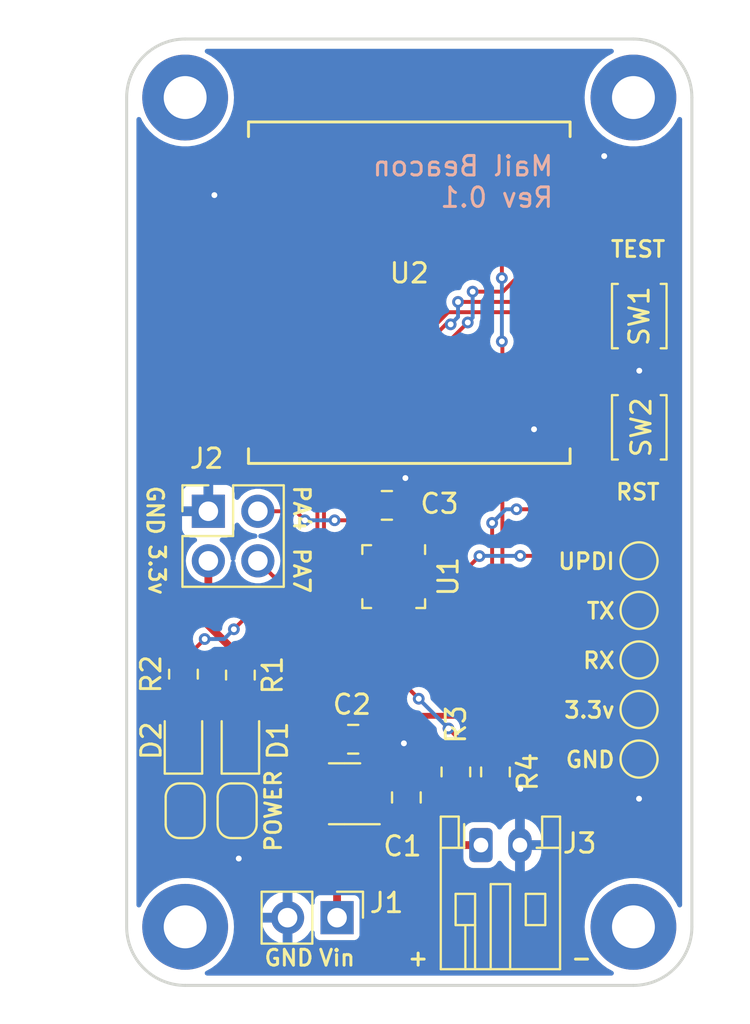
<source format=kicad_pcb>
(kicad_pcb (version 20221018) (generator pcbnew)
  (layers (0 "F.Cu" signal "Front") (31 "B.Cu" signal "Back") (34 "B.Paste" user) (35 "F.Paste" user) (36 "B.SilkS" user "B.Silkscreen") (37 "F.SilkS" user "F.Silkscreen") (38 "B.Mask" user) (39 "F.Mask" user) (44 "Edge.Cuts" user))
  (net 0 "")
  (net 1 "MOSI")
  (net 2 "MISO")
  (net 3 "GND")
  (net 4 "+3.3V")
  (net 5 "SCK")
  (net 6 "PA4")
  (net 7 "NRESET")
  (net 8 "VSENS")
  (net 9 "RxD")
  (net 11 "TxD")
  (net 12 "Net-(D1-K)")
  (net 15 "NSS")
  (net 17 "DI0")
  (net 23 "Net-(D1-A)")
  (net 24 "Net-(D2-K)")
  (net 25 "Net-(D2-A)")
  (net 26 "LED")
  (net 28 "PA7")
  (net 29 "+BATT")
  (net 30 "BTN1")
  (net 31 "UPDI{slash}RST")
  (footprint "Resistor_SMD:R_0805_2012Metric" (layer "F.Cu") (at 83.947 82.7455 -90)
    (fp_text reference "R4" (at 0 -1.65 90) (layer "F.SilkS"))
    (fp_text value "20k")
    (fp_line (start -0.227064 -0.735) (end 0.227064 -0.735) (stroke (width 0.12)) (layer "F.SilkS"))
    (fp_line (start -0.227064 0.735) (end 0.227064 0.735) (stroke (width 0.12)) (layer "F.SilkS"))
    (pad "1" smd roundrect (at -0.9125 0 270) (size 1.025 1.4) (layers "F.Cu" "F.Paste" "F.Mask") (roundrect_rratio 0.243902439) (net 8 "VSENS"))
    (pad "2" smd roundrect (at 0.9125 0 270) (size 1.025 1.4) (layers "F.Cu" "F.Paste" "F.Mask") (roundrect_rratio 0.243902439) (net 3 "GND"))
  )
  (footprint "Connector_PinHeader_2.54mm:PinHeader_1x02_P2.54mm_Vertical" (layer "F.Cu") (at 75.819 90.215 -90)
    (fp_text reference "J1" (at -0.762 -2.54) (layer "F.SilkS"))
    (fp_text value "Vin")
    (fp_line (start -1.33 -1.33) (end 0 -1.33) (stroke (width 0.12)) (layer "F.SilkS"))
    (fp_line (start -1.33 0) (end -1.33 -1.33) (stroke (width 0.12)) (layer "F.SilkS"))
    (fp_line (start -1.33 1.27) (end -1.33 3.87) (stroke (width 0.12)) (layer "F.SilkS"))
    (fp_line (start -1.33 1.27) (end 1.33 1.27) (stroke (width 0.12)) (layer "F.SilkS"))
    (fp_line (start -1.33 3.87) (end 1.33 3.87) (stroke (width 0.12)) (layer "F.SilkS"))
    (fp_line (start 1.33 1.27) (end 1.33 3.87) (stroke (width 0.12)) (layer "F.SilkS"))
    (pad "1" thru_hole rect (at 0 0 270) (size 1.7 1.7) (drill 1) (layers "*.Cu" "*.Mask") (net 29 "+BATT"))
    (pad "2" thru_hole oval (at 0 2.54 270) (size 1.7 1.7) (drill 1) (layers "*.Cu" "*.Mask") (net 3 "GND"))
  )
  (footprint "MountingHole:MountingHole_2.2mm_M2_Pad" (layer "F.Cu") (at 91.025 48.185)
    (fp_text reference "H2" hide)
    (fp_text value "MountingHole")
    (pad "1" thru_hole circle (at 0 0) (size 4.4 4.4) (drill 2.2) (layers "*.Cu" "*.Mask"))
  )
  (footprint "Jumper:SolderJumper-2_P1.3mm_Bridged_RoundedPad1.0x1.5mm" (layer "F.Cu") (at 70.692 84.735 -90)
    (fp_text reference "JP1" hide)
    (fp_text value "SolderJumper_2_Bridged" hide)
    (fp_poly (pts (xy 0.25 -0.3) (xy -0.25 -0.3) (xy -0.25 0.3) (xy 0.25 0.3)) (fill solid) (layer "F.Cu"))
    (fp_line (start -1.4 0.3) (end -1.4 -0.3) (stroke (width 0.12)) (layer "F.SilkS"))
    (fp_line (start -0.7 -1) (end 0.7 -1) (stroke (width 0.12)) (layer "F.SilkS"))
    (fp_line (start 0.7 1) (end -0.7 1) (stroke (width 0.12)) (layer "F.SilkS"))
    (fp_line (start 1.4 -0.3) (end 1.4 0.3) (stroke (width 0.12)) (layer "F.SilkS"))
    (fp_arc (start -1.4 -0.3) (mid -1.194975 -0.794975) (end -0.7 -1) (stroke (width 0.12)) (layer "F.SilkS"))
    (fp_arc (start -0.7 1) (mid -1.194975 0.794975) (end -1.4 0.3) (stroke (width 0.12)) (layer "F.SilkS"))
    (fp_arc (start 0.7 -1) (mid 1.194975 -0.794975) (end 1.4 -0.3) (stroke (width 0.12)) (layer "F.SilkS"))
    (fp_arc (start 1.4 0.3) (mid 1.194975 0.794975) (end 0.7 1) (stroke (width 0.12)) (layer "F.SilkS"))
    (pad "1" smd custom (at -0.65 0 270) (size 1 0.5) (layers "F.Cu" "F.Mask") (net 12 "Net-(D1-K)") (options (clearance outline) (anchor rect)) (primitives (gr_circle (center 0 0.25) (end 0.5 0.25) (width 0) (fill yes)) (gr_circle (center 0 -0.25) (end 0.5 -0.25) (width 0) (fill yes)) (gr_poly (pts (xy 0.5 0.75) (xy 0 0.75) (xy 0 -0.75) (xy 0.5 -0.75)) (width 0) (fill yes))))
    (pad "2" smd custom (at 0.65 0 270) (size 1 0.5) (layers "F.Cu" "F.Mask") (net 3 "GND") (options (clearance outline) (anchor rect)) (primitives (gr_circle (center 0 0.25) (end 0.5 0.25) (width 0) (fill yes)) (gr_circle (center 0 -0.25) (end 0.5 -0.25) (width 0) (fill yes)) (gr_poly (pts (xy 0 0.75) (xy -0.5 0.75) (xy -0.5 -0.75) (xy 0 -0.75)) (width 0) (fill yes))))
  )
  (footprint "Resistor_SMD:R_0805_2012Metric" (layer "F.Cu") (at 67.938 77.7355 -90)
    (fp_text reference "R2" (at 0 1.663 90) (layer "F.SilkS"))
    (fp_text value "1k")
    (fp_line (start -0.227064 -0.735) (end 0.227064 -0.735) (stroke (width 0.12)) (layer "F.SilkS"))
    (fp_line (start -0.227064 0.735) (end 0.227064 0.735) (stroke (width 0.12)) (layer "F.SilkS"))
    (pad "1" smd roundrect (at -0.9125 0 270) (size 1.025 1.4) (layers "F.Cu" "F.Paste" "F.Mask") (roundrect_rratio 0.243902439) (net 26 "LED"))
    (pad "2" smd roundrect (at 0.9125 0 270) (size 1.025 1.4) (layers "F.Cu" "F.Paste" "F.Mask") (roundrect_rratio 0.243902439) (net 25 "Net-(D2-A)"))
  )
  (footprint "Capacitor_SMD:C_0805_2012Metric" (layer "F.Cu") (at 78.375 69.085)
    (fp_text reference "C3" (at 2.7 -0.086) (layer "F.SilkS"))
    (fp_text value "100n")
    (fp_line (start -0.261252 -0.735) (end 0.261252 -0.735) (stroke (width 0.12)) (layer "F.SilkS"))
    (fp_line (start -0.261252 0.735) (end 0.261252 0.735) (stroke (width 0.12)) (layer "F.SilkS"))
    (pad "1" smd roundrect (at -0.95 0) (size 1 1.45) (layers "F.Cu" "F.Paste" "F.Mask") (net 4 "+3.3V"))
    (pad "2" smd roundrect (at 0.95 0) (size 1 1.45) (layers "F.Cu" "F.Paste" "F.Mask") (net 3 "GND"))
  )
  (footprint "TestPoint:TestPoint_Pad_D1.5mm" (layer "F.Cu") (at 91.313 79.547 90)
    (fp_text reference "TP2")
    (fp_text value "3.3V" hide)
    (fp_circle (center 0 0) (end 0 0.95) (stroke (width 0.12)) (fill none) (layer "F.SilkS"))
    (pad "1" smd circle (at 0 0 90) (size 1.5 1.5) (layers "F.Cu" "F.Mask") (net 4 "+3.3V"))
  )
  (footprint "TestPoint:TestPoint_Pad_D1.5mm" (layer "F.Cu") (at 91.313 74.467 90)
    (fp_text reference "TP5")
    (fp_text value "TX" hide)
    (fp_circle (center 0 0) (end 0 0.95) (stroke (width 0.12)) (fill none) (layer "F.SilkS"))
    (pad "1" smd circle (at 0 0 90) (size 1.5 1.5) (layers "F.Cu" "F.Mask") (net 11 "TxD"))
  )
  (footprint "TestPoint:TestPoint_Pad_D1.5mm" (layer "F.Cu") (at 91.313 71.927 90)
    (fp_text reference "TP3")
    (fp_text value "UPDI" hide)
    (fp_circle (center 0 0) (end 0 0.95) (stroke (width 0.12)) (fill none) (layer "F.SilkS"))
    (pad "1" smd circle (at 0 0 90) (size 1.5 1.5) (layers "F.Cu" "F.Mask") (net 31 "UPDI{slash}RST"))
  )
  (footprint "TestPoint:TestPoint_Pad_D1.5mm" (layer "F.Cu") (at 91.313 82.087 90)
    (fp_text reference "TP1")
    (fp_text value "GND" hide)
    (fp_circle (center 0 0) (end 0 0.95) (stroke (width 0.12)) (fill none) (layer "F.SilkS"))
    (pad "1" smd circle (at 0 0 90) (size 1.5 1.5) (layers "F.Cu" "F.Mask") (net 3 "GND"))
  )
  (footprint "Package_TO_SOT_SMD:SOT-23-5" (layer "F.Cu") (at 76.2055 83.865 180)
    (fp_text reference "U3")
    (fp_text value "SPX3819M5-L-3-3")
    (fp_line (start 0 -1.56) (end -1.8 -1.56) (stroke (width 0.12)) (layer "F.SilkS"))
    (fp_line (start 0 -1.56) (end 0.8 -1.56) (stroke (width 0.12)) (layer "F.SilkS"))
    (fp_line (start 0 1.56) (end -0.8 1.56) (stroke (width 0.12)) (layer "F.SilkS"))
    (fp_line (start 0 1.56) (end 0.8 1.56) (stroke (width 0.12)) (layer "F.SilkS"))
    (pad "1" smd roundrect (at -1.1375 -0.95 180) (size 1.325 0.6) (layers "F.Cu" "F.Paste" "F.Mask") (net 29 "+BATT"))
    (pad "2" smd roundrect (at -1.1375 0 180) (size 1.325 0.6) (layers "F.Cu" "F.Paste" "F.Mask") (net 3 "GND"))
    (pad "3" smd roundrect (at -1.1375 0.95 180) (size 1.325 0.6) (layers "F.Cu" "F.Paste" "F.Mask") (net 29 "+BATT"))
    (pad "4" smd roundrect (at 1.1375 0.95 180) (size 1.325 0.6) (layers "F.Cu" "F.Paste" "F.Mask"))
    (pad "5" smd roundrect (at 1.1375 -0.95 180) (size 1.325 0.6) (layers "F.Cu" "F.Paste" "F.Mask") (net 4 "+3.3V"))
  )
  (footprint "Resistor_SMD:R_0805_2012Metric" (layer "F.Cu") (at 81.915 82.7455 90)
    (fp_text reference "R3" (at 2.4365 0 90) (layer "F.SilkS"))
    (fp_text value "10k")
    (fp_line (start -0.227064 -0.735) (end 0.227064 -0.735) (stroke (width 0.12)) (layer "F.SilkS"))
    (fp_line (start -0.227064 0.735) (end 0.227064 0.735) (stroke (width 0.12)) (layer "F.SilkS"))
    (pad "1" smd roundrect (at -0.9125 0 90) (size 1.025 1.4) (layers "F.Cu" "F.Paste" "F.Mask") (roundrect_rratio 0.243902439) (net 29 "+BATT"))
    (pad "2" smd roundrect (at 0.9125 0 90) (size 1.025 1.4) (layers "F.Cu" "F.Paste" "F.Mask") (roundrect_rratio 0.243902439) (net 8 "VSENS"))
  )
  (footprint "Connector_PinHeader_2.54mm:PinHeader_2x02_P2.54mm_Vertical" (layer "F.Cu") (at 69.215 69.387)
    (fp_text reference "J2" (at -0.09 -2.702) (layer "F.SilkS"))
    (fp_text value "Conn_02x02_Odd_Even")
    (fp_line (start -1.33 -1.33) (end 0 -1.33) (stroke (width 0.12)) (layer "F.SilkS"))
    (fp_line (start -1.33 0) (end -1.33 -1.33) (stroke (width 0.12)) (layer "F.SilkS"))
    (fp_line (start -1.33 1.27) (end -1.33 3.87) (stroke (width 0.12)) (layer "F.SilkS"))
    (fp_line (start -1.33 1.27) (end 1.27 1.27) (stroke (width 0.12)) (layer "F.SilkS"))
    (fp_line (start -1.33 3.87) (end 3.87 3.87) (stroke (width 0.12)) (layer "F.SilkS"))
    (fp_line (start 1.27 -1.33) (end 3.87 -1.33) (stroke (width 0.12)) (layer "F.SilkS"))
    (fp_line (start 1.27 1.27) (end 1.27 -1.33) (stroke (width 0.12)) (layer "F.SilkS"))
    (fp_line (start 3.87 -1.33) (end 3.87 3.87) (stroke (width 0.12)) (layer "F.SilkS"))
    (pad "1" thru_hole rect (at 0 0) (size 1.7 1.7) (drill 1) (layers "*.Cu" "*.Mask") (net 3 "GND"))
    (pad "2" thru_hole oval (at 2.54 0) (size 1.7 1.7) (drill 1) (layers "*.Cu" "*.Mask") (net 6 "PA4"))
    (pad "3" thru_hole oval (at 0 2.54) (size 1.7 1.7) (drill 1) (layers "*.Cu" "*.Mask") (net 4 "+3.3V"))
    (pad "4" thru_hole oval (at 2.54 2.54) (size 1.7 1.7) (drill 1) (layers "*.Cu" "*.Mask") (net 28 "PA7"))
  )
  (footprint "LED_SMD:LED_0805_2012Metric" (layer "F.Cu") (at 70.859 81.1475 90)
    (fp_text reference "D1" (at 0 1.916 90) (layer "F.SilkS"))
    (fp_text value "LED")
    (fp_line (start -1.685 -0.96) (end -1.685 0.96) (stroke (width 0.12)) (layer "F.SilkS"))
    (fp_line (start -1.685 0.96) (end 1 0.96) (stroke (width 0.12)) (layer "F.SilkS"))
    (fp_line (start 1 -0.96) (end -1.685 -0.96) (stroke (width 0.12)) (layer "F.SilkS"))
    (pad "1" smd roundrect (at -0.9375 0 90) (size 0.975 1.4) (layers "F.Cu" "F.Paste" "F.Mask") (net 12 "Net-(D1-K)"))
    (pad "2" smd roundrect (at 0.9375 0 90) (size 0.975 1.4) (layers "F.Cu" "F.Paste" "F.Mask") (net 23 "Net-(D1-A)"))
  )
  (footprint "MountingHole:MountingHole_2.2mm_M2_Pad" (layer "F.Cu") (at 68.025 90.685)
    (fp_text reference "H3" hide)
    (fp_text value "MountingHole")
    (pad "1" thru_hole circle (at 0 0) (size 4.4 4.4) (drill 2.2) (layers "*.Cu" "*.Mask"))
  )
  (footprint "LED_SMD:LED_0805_2012Metric" (layer "F.Cu") (at 67.938 81.1475 90)
    (fp_text reference "D2" (at 0 -1.65 90) (layer "F.SilkS"))
    (fp_text value "LED")
    (fp_line (start -1.685 -0.96) (end -1.685 0.96) (stroke (width 0.12)) (layer "F.SilkS"))
    (fp_line (start -1.685 0.96) (end 1 0.96) (stroke (width 0.12)) (layer "F.SilkS"))
    (fp_line (start 1 -0.96) (end -1.685 -0.96) (stroke (width 0.12)) (layer "F.SilkS"))
    (pad "1" smd roundrect (at -0.9375 0 90) (size 0.975 1.4) (layers "F.Cu" "F.Paste" "F.Mask") (net 24 "Net-(D2-K)"))
    (pad "2" smd roundrect (at 0.9375 0 90) (size 0.975 1.4) (layers "F.Cu" "F.Paste" "F.Mask") (net 25 "Net-(D2-A)"))
  )
  (footprint "Package_DFN_QFN:VQFN-20-1EP_3x3mm_P0.4mm_EP1.7x1.7mm" (layer "F.Cu") (at 78.725 72.735 -90)
    (fp_text reference "U1" (at 0 -2.8 90) (layer "F.SilkS"))
    (fp_text value "ATtiny1616-M")
    (fp_line (start -1.61 1.61) (end -1.61 1.16) (stroke (width 0.12)) (layer "F.SilkS"))
    (fp_line (start -1.16 -1.61) (end -1.61 -1.61) (stroke (width 0.12)) (layer "F.SilkS"))
    (fp_line (start -1.16 1.61) (end -1.61 1.61) (stroke (width 0.12)) (layer "F.SilkS"))
    (fp_line (start 1.16 -1.61) (end 1.61 -1.61) (stroke (width 0.12)) (layer "F.SilkS"))
    (fp_line (start 1.16 1.61) (end 1.61 1.61) (stroke (width 0.12)) (layer "F.SilkS"))
    (fp_line (start 1.61 -1.61) (end 1.61 -1.16) (stroke (width 0.12)) (layer "F.SilkS"))
    (fp_line (start 1.61 1.61) (end 1.61 1.16) (stroke (width 0.12)) (layer "F.SilkS"))
    (pad "1" smd custom (at -1.45 -0.8 270) (size 0.143431 0.143431) (layers "F.Cu" "F.Paste" "F.Mask") (net 2 "MISO") (options (clearance outline) (anchor circle)) (primitives (gr_poly (pts (xy 0.35 0.000711) (xy 0.35 0.05) (xy -0.35 0.05) (xy -0.35 -0.05) (xy 0.299289 -0.05)) (width 0.1) (fill yes))))
    (pad "2" smd roundrect (at -1.45 -0.4 270) (size 0.8 0.2) (layers "F.Cu" "F.Paste" "F.Mask") (net 5 "SCK"))
    (pad "3" smd roundrect (at -1.45 0 270) (size 0.8 0.2) (layers "F.Cu" "F.Paste" "F.Mask") (net 3 "GND"))
    (pad "4" smd roundrect (at -1.45 0.4 270) (size 0.8 0.2) (layers "F.Cu" "F.Paste" "F.Mask") (net 4 "+3.3V"))
    (pad "5" smd custom (at -1.45 0.8 270) (size 0.143431 0.143431) (layers "F.Cu" "F.Paste" "F.Mask") (net 6 "PA4") (options (clearance outline) (anchor circle)) (primitives (gr_poly (pts (xy 0.35 -0.000711) (xy 0.299289 0.05) (xy -0.35 0.05) (xy -0.35 -0.05) (xy 0.35 -0.05)) (width 0.1) (fill yes))))
    (pad "6" smd custom (at -0.8 1.45 270) (size 0.143431 0.143431) (layers "F.Cu" "F.Paste" "F.Mask") (net 7 "NRESET") (options (clearance outline) (anchor circle)) (primitives (gr_poly (pts (xy 0.05 0.35) (xy -0.05 0.35) (xy -0.05 -0.299289) (xy 0.000711 -0.35) (xy 0.05 -0.35)) (width 0.1) (fill yes))))
    (pad "7" smd roundrect (at -0.4 1.45 270) (size 0.2 0.8) (layers "F.Cu" "F.Paste" "F.Mask") (net 17 "DI0"))
    (pad "8" smd roundrect (at 0 1.45 270) (size 0.2 0.8) (layers "F.Cu" "F.Paste" "F.Mask") (net 28 "PA7"))
    (pad "9" smd roundrect (at 0.4 1.45 270) (size 0.2 0.8) (layers "F.Cu" "F.Paste" "F.Mask") (net 26 "LED"))
    (pad "10" smd custom (at 0.8 1.45 270) (size 0.143431 0.143431) (layers "F.Cu" "F.Paste" "F.Mask") (net 8 "VSENS") (options (clearance outline) (anchor circle)) (primitives (gr_poly (pts (xy 0.05 -0.299289) (xy 0.05 0.35) (xy -0.05 0.35) (xy -0.05 -0.35) (xy -0.000711 -0.35)) (width 0.1) (fill yes))))
    (pad "11" smd custom (at 1.45 0.8 270) (size 0.143431 0.143431) (layers "F.Cu" "F.Paste" "F.Mask") (net 9 "RxD") (options (clearance outline) (anchor circle)) (primitives (gr_poly (pts (xy 0.35 0.05) (xy -0.299289 0.05) (xy -0.35 -0.000711) (xy -0.35 -0.05) (xy 0.35 -0.05)) (width 0.1) (fill yes))))
    (pad "12" smd roundrect (at 1.45 0.4 270) (size 0.8 0.2) (layers "F.Cu" "F.Paste" "F.Mask") (net 11 "TxD"))
    (pad "13" smd roundrect (at 1.45 0 270) (size 0.8 0.2) (layers "F.Cu" "F.Paste" "F.Mask"))
    (pad "14" smd roundrect (at 1.45 -0.4 270) (size 0.8 0.2) (layers "F.Cu" "F.Paste" "F.Mask"))
    (pad "15" smd custom (at 1.45 -0.8 270) (size 0.143431 0.143431) (layers "F.Cu" "F.Paste" "F.Mask") (net 15 "NSS") (options (clearance outline) (anchor circle)) (primitives (gr_poly (pts (xy 0.35 0.05) (xy -0.35 0.05) (xy -0.35 0.000711) (xy -0.299289 -0.05) (xy 0.35 -0.05)) (width 0.1) (fill yes))))
    (pad "16" smd custom (at 0.8 -1.45 270) (size 0.143431 0.143431) (layers "F.Cu" "F.Paste" "F.Mask") (net 30 "BTN1") (options (clearance outline) (anchor circle)) (primitives (gr_poly (pts (xy 0.05 0.299289) (xy -0.000711 0.35) (xy -0.05 0.35) (xy -0.05 -0.35) (xy 0.05 -0.35)) (width 0.1) (fill yes))))
    (pad "17" smd roundrect (at 0.4 -1.45 270) (size 0.2 0.8) (layers "F.Cu" "F.Paste" "F.Mask"))
    (pad "18" smd roundrect (at 0 -1.45 270) (size 0.2 0.8) (layers "F.Cu" "F.Paste" "F.Mask"))
    (pad "19" smd roundrect (at -0.4 -1.45 270) (size 0.2 0.8) (layers "F.Cu" "F.Paste" "F.Mask") (net 31 "UPDI{slash}RST"))
    (pad "20" smd custom (at -0.8 -1.45 270) (size 0.143431 0.143431) (layers "F.Cu" "F.Paste" "F.Mask") (net 1 "MOSI") (options (clearance outline) (anchor circle)) (primitives (gr_poly (pts (xy 0.05 0.35) (xy 0.000711 0.35) (xy -0.05 0.299289) (xy -0.05 -0.35) (xy 0.05 -0.35)) (width 0.1) (fill yes))))
    (pad "21" smd rect (at 0 0 270) (size 1.7 1.7) (layers "F.Cu" "F.Mask") (net 3 "GND"))
  )
  (footprint "MountingHole:MountingHole_2.2mm_M2_Pad" (layer "F.Cu") (at 68.025 48.185)
    (fp_text reference "H1" hide)
    (fp_text value "MountingHole")
    (pad "1" thru_hole circle (at 0 0) (size 4.4 4.4) (drill 2.2) (layers "*.Cu" "*.Mask"))
  )
  (footprint "Resistor_SMD:R_0805_2012Metric" (layer "F.Cu") (at 70.859 77.7825 -90)
    (fp_text reference "R1" (at 0 -1.65 90) (layer "F.SilkS"))
    (fp_text value "1k")
    (fp_line (start -0.227064 -0.735) (end 0.227064 -0.735) (stroke (width 0.12)) (layer "F.SilkS"))
    (fp_line (start -0.227064 0.735) (end 0.227064 0.735) (stroke (width 0.12)) (layer "F.SilkS"))
    (pad "1" smd roundrect (at -0.9125 0 270) (size 1.025 1.4) (layers "F.Cu" "F.Paste" "F.Mask") (roundrect_rratio 0.243902439) (net 4 "+3.3V"))
    (pad "2" smd roundrect (at 0.9125 0 270) (size 1.025 1.4) (layers "F.Cu" "F.Paste" "F.Mask") (roundrect_rratio 0.243902439) (net 23 "Net-(D1-A)"))
  )
  (footprint "MountingHole:MountingHole_2.2mm_M2_Pad" (layer "F.Cu") (at 91.025 90.685)
    (fp_text reference "H4" hide)
    (fp_text value "MountingHole")
    (pad "1" thru_hole circle (at 0 0) (size 4.4 4.4) (drill 2.2) (layers "*.Cu" "*.Mask"))
  )
  (footprint "Button_Switch_SMD:SW_SPST_B3U-1000P" (layer "F.Cu") (at 91.325 59.385 90)
    (fp_text reference "SW1" (at 0 0 90) (layer "F.SilkS"))
    (fp_text value "SW_Push")
    (fp_line (start -1.65 -1.4) (end 1.65 -1.4) (stroke (width 0.12)) (layer "F.SilkS"))
    (fp_line (start -1.65 -1.1) (end -1.65 -1.4) (stroke (width 0.12)) (layer "F.SilkS"))
    (fp_line (start -1.65 1.1) (end -1.65 1.4) (stroke (width 0.12)) (layer "F.SilkS"))
    (fp_line (start -1.65 1.4) (end 1.65 1.4) (stroke (width 0.12)) (layer "F.SilkS"))
    (fp_line (start 1.65 -1.4) (end 1.65 -1.1) (stroke (width 0.12)) (layer "F.SilkS"))
    (fp_line (start 1.65 1.4) (end 1.65 1.1) (stroke (width 0.12)) (layer "F.SilkS"))
    (pad "1" smd rect (at -1.7 0 90) (size 0.9 1.7) (layers "F.Cu" "F.Paste" "F.Mask") (net 3 "GND"))
    (pad "2" smd rect (at 1.7 0 90) (size 0.9 1.7) (layers "F.Cu" "F.Paste" "F.Mask") (net 30 "BTN1"))
  )
  (footprint "Capacitor_SMD:C_0805_2012Metric" (layer "F.Cu") (at 79.375 84.053 90)
    (fp_text reference "C1" (at -2.5 -0.2 180) (layer "F.SilkS"))
    (fp_text value "22uF")
    (fp_line (start -0.261252 -0.735) (end 0.261252 -0.735) (stroke (width 0.12)) (layer "F.SilkS"))
    (fp_line (start -0.261252 0.735) (end 0.261252 0.735) (stroke (width 0.12)) (layer "F.SilkS"))
    (pad "1" smd roundrect (at -0.95 0 90) (size 1 1.45) (layers "F.Cu" "F.Paste" "F.Mask") (net 29 "+BATT"))
    (pad "2" smd roundrect (at 0.95 0 90) (size 1 1.45) (layers "F.Cu" "F.Paste" "F.Mask") (net 3 "GND"))
  )
  (footprint "Capacitor_SMD:C_0805_2012Metric" (layer "F.Cu") (at 76.647 81.071)
    (fp_text reference "C2" (at -0.066 -1.778) (layer "F.SilkS"))
    (fp_text value "22uF")
    (fp_line (start -0.261252 -0.735) (end 0.261252 -0.735) (stroke (width 0.12)) (layer "F.SilkS"))
    (fp_line (start -0.261252 0.735) (end 0.261252 0.735) (stroke (width 0.12)) (layer "F.SilkS"))
    (pad "1" smd roundrect (at -0.95 0) (size 1 1.45) (layers "F.Cu" "F.Paste" "F.Mask") (net 4 "+3.3V"))
    (pad "2" smd roundrect (at 0.95 0) (size 1 1.45) (layers "F.Cu" "F.Paste" "F.Mask") (net 3 "GND"))
  )
  (footprint "RF_Module:Ai-Thinker-Ra-01-LoRa" (layer "F.Cu") (at 79.525 58.185)
    (fp_text reference "U2" (at 0 -1) (layer "F.SilkS"))
    (fp_text value "Ai-Thinker-Ra-01")
    (fp_line (start -8.25 -8.75) (end 8.25 -8.75) (stroke (width 0.15)) (layer "F.SilkS"))
    (fp_line (start -8.25 -8) (end -8.25 -8.75) (stroke (width 0.15)) (layer "F.SilkS"))
    (fp_line (start -8.25 8) (end -8.25 8.75) (stroke (width 0.15)) (layer "F.SilkS"))
    (fp_line (start -8.25 8.75) (end 8.25 8.75) (stroke (width 0.15)) (layer "F.SilkS"))
    (fp_line (start 8.25 -8.75) (end 8.25 -8) (stroke (width 0.15)) (layer "F.SilkS"))
    (fp_line (start 8.25 8.75) (end 8.25 8) (stroke (width 0.15)) (layer "F.SilkS"))
    (pad "1" smd rect (at -8 -7) (size 2 1.5) (layers "F.Cu" "F.Paste" "F.Mask"))
    (pad "2" smd rect (at -8 -5) (size 2 1.5) (layers "F.Cu" "F.Paste" "F.Mask") (net 3 "GND"))
    (pad "3" smd rect (at -8 -3) (size 2 1.5) (layers "F.Cu" "F.Paste" "F.Mask") (net 4 "+3.3V"))
    (pad "4" smd rect (at -8 -1) (size 2 1.5) (layers "F.Cu" "F.Paste" "F.Mask") (net 7 "NRESET"))
    (pad "5" smd rect (at -8 1) (size 2 1.5) (layers "F.Cu" "F.Paste" "F.Mask") (net 17 "DI0"))
    (pad "6" smd rect (at -8 3) (size 2 1.5) (layers "F.Cu" "F.Paste" "F.Mask"))
    (pad "7" smd rect (at -8 5) (size 2 1.5) (layers "F.Cu" "F.Paste" "F.Mask"))
    (pad "8" smd rect (at -8 7) (size 2 1.5) (layers "F.Cu" "F.Paste" "F.Mask"))
    (pad "9" smd rect (at 8 7) (size 2 1.5) (layers "F.Cu" "F.Paste" "F.Mask") (net 3 "GND"))
    (pad "10" smd rect (at 8 5) (size 2 1.5) (layers "F.Cu" "F.Paste" "F.Mask"))
    (pad "11" smd rect (at 8 3) (size 2 1.5) (layers "F.Cu" "F.Paste" "F.Mask"))
    (pad "12" smd rect (at 8 1) (size 2 1.5) (layers "F.Cu" "F.Paste" "F.Mask") (net 5 "SCK"))
    (pad "13" smd rect (at 8 -1) (size 2 1.5) (layers "F.Cu" "F.Paste" "F.Mask") (net 2 "MISO"))
    (pad "14" smd rect (at 8 -3) (size 2 1.5) (layers "F.Cu" "F.Paste" "F.Mask") (net 1 "MOSI"))
    (pad "15" smd rect (at 8 -5) (size 2 1.5) (layers "F.Cu" "F.Paste" "F.Mask") (net 15 "NSS"))
    (pad "16" smd rect (at 8 -7) (size 2 1.5) (layers "F.Cu" "F.Paste" "F.Mask") (net 3 "GND"))
  )
  (footprint "Jumper:SolderJumper-2_P1.3mm_Bridged_RoundedPad1.0x1.5mm" (layer "F.Cu") (at 68.025 84.735 -90)
    (fp_text reference "JP2" hide)
    (fp_text value "SolderJumper_2_Bridged" hide)
    (fp_poly (pts (xy 0.25 -0.3) (xy -0.25 -0.3) (xy -0.25 0.3) (xy 0.25 0.3)) (fill solid) (layer "F.Cu"))
    (fp_line (start -1.4 0.3) (end -1.4 -0.3) (stroke (width 0.12)) (layer "F.SilkS"))
    (fp_line (start -0.7 -1) (end 0.7 -1) (stroke (width 0.12)) (layer "F.SilkS"))
    (fp_line (start 0.7 1) (end -0.7 1) (stroke (width 0.12)) (layer "F.SilkS"))
    (fp_line (start 1.4 -0.3) (end 1.4 0.3) (stroke (width 0.12)) (layer "F.SilkS"))
    (fp_arc (start -1.4 -0.3) (mid -1.194975 -0.794975) (end -0.7 -1) (stroke (width 0.12)) (layer "F.SilkS"))
    (fp_arc (start -0.7 1) (mid -1.194975 0.794975) (end -1.4 0.3) (stroke (width 0.12)) (layer "F.SilkS"))
    (fp_arc (start 0.7 -1) (mid 1.194975 -0.794975) (end 1.4 -0.3) (stroke (width 0.12)) (layer "F.SilkS"))
    (fp_arc (start 1.4 0.3) (mid 1.194975 0.794975) (end 0.7 1) (stroke (width 0.12)) (layer "F.SilkS"))
    (pad "1" smd custom (at -0.65 0 270) (size 1 0.5) (layers "F.Cu" "F.Mask") (net 24 "Net-(D2-K)") (options (clearance outline) (anchor rect)) (primitives (gr_circle (center 0 0.25) (end 0.5 0.25) (width 0) (fill yes)) (gr_circle (center 0 -0.25) (end 0.5 -0.25) (width 0) (fill yes)) (gr_poly (pts (xy 0.5 0.75) (xy 0 0.75) (xy 0 -0.75) (xy 0.5 -0.75)) (width 0) (fill yes))))
    (pad "2" smd custom (at 0.65 0 270) (size 1 0.5) (layers "F.Cu" "F.Mask") (net 3 "GND") (options (clearance outline) (anchor rect)) (primitives (gr_circle (center 0 0.25) (end 0.5 0.25) (width 0) (fill yes)) (gr_circle (center 0 -0.25) (end 0.5 -0.25) (width 0) (fill yes)) (gr_poly (pts (xy 0 0.75) (xy -0.5 0.75) (xy -0.5 -0.75) (xy 0 -0.75)) (width 0) (fill yes))))
  )
  (footprint "Button_Switch_SMD:SW_SPST_B3U-1000P" (layer "F.Cu") (at 91.325 65.085 -90)
    (fp_text reference "SW2" (at 0 -0.1 90) (layer "F.SilkS"))
    (fp_text value "SW_Push")
    (fp_line (start -1.65 -1.4) (end 1.65 -1.4) (stroke (width 0.12)) (layer "F.SilkS"))
    (fp_line (start -1.65 -1.1) (end -1.65 -1.4) (stroke (width 0.12)) (layer "F.SilkS"))
    (fp_line (start -1.65 1.1) (end -1.65 1.4) (stroke (width 0.12)) (layer "F.SilkS"))
    (fp_line (start -1.65 1.4) (end 1.65 1.4) (stroke (width 0.12)) (layer "F.SilkS"))
    (fp_line (start 1.65 -1.4) (end 1.65 -1.1) (stroke (width 0.12)) (layer "F.SilkS"))
    (fp_line (start 1.65 1.4) (end 1.65 1.1) (stroke (width 0.12)) (layer "F.SilkS"))
    (pad "1" smd rect (at -1.7 0 270) (size 0.9 1.7) (layers "F.Cu" "F.Paste" "F.Mask") (net 3 "GND"))
    (pad "2" smd rect (at 1.7 0 270) (size 0.9 1.7) (layers "F.Cu" "F.Paste" "F.Mask") (net 31 "UPDI{slash}RST"))
  )
  (footprint "Connector_JST:JST_PH_S2B-PH-K_1x02_P2.00mm_Horizontal" (layer "F.Cu") (at 83.201 86.495)
    (fp_text reference "J3" (at 5.064 -0.09) (layer "F.SilkS"))
    (fp_text value "Batt")
    (fp_line (start -2.06 -1.46) (end -2.06 6.36) (stroke (width 0.12)) (layer "F.SilkS"))
    (fp_line (start -2.06 0.14) (end -1.14 0.14) (stroke (width 0.12)) (layer "F.SilkS"))
    (fp_line (start -2.06 6.36) (end 4.06 6.36) (stroke (width 0.12)) (layer "F.SilkS"))
    (fp_line (start -1.3 2.5) (end -1.3 4.1) (stroke (width 0.12)) (layer "F.SilkS"))
    (fp_line (start -1.3 4.1) (end -0.3 4.1) (stroke (width 0.12)) (layer "F.SilkS"))
    (fp_line (start -1.14 -1.46) (end -2.06 -1.46) (stroke (width 0.12)) (layer "F.SilkS"))
    (fp_line (start -1.14 0.14) (end -1.14 -1.46) (stroke (width 0.12)) (layer "F.SilkS"))
    (fp_line (start -0.86 0.14) (end -1.14 0.14) (stroke (width 0.12)) (layer "F.SilkS"))
    (fp_line (start -0.86 0.14) (end -0.86 -1.075) (stroke (width 0.12)) (layer "F.SilkS"))
    (fp_line (start -0.8 4.1) (end -0.8 6.36) (stroke (width 0.12)) (layer "F.SilkS"))
    (fp_line (start -0.3 2.5) (end -1.3 2.5) (stroke (width 0.12)) (layer "F.SilkS"))
    (fp_line (start -0.3 4.1) (end -0.3 2.5) (stroke (width 0.12)) (layer "F.SilkS"))
    (fp_line (start -0.3 4.1) (end -0.3 6.36) (stroke (width 0.12)) (layer "F.SilkS"))
    (fp_line (start 0.5 2) (end 1.5 2) (stroke (width 0.12)) (layer "F.SilkS"))
    (fp_line (start 0.5 6.36) (end 0.5 2) (stroke (width 0.12)) (layer "F.SilkS"))
    (fp_line (start 1.5 2) (end 1.5 6.36) (stroke (width 0.12)) (layer "F.SilkS"))
    (fp_line (start 2.3 2.5) (end 3.3 2.5) (stroke (width 0.12)) (layer "F.SilkS"))
    (fp_line (start 2.3 4.1) (end 2.3 2.5) (stroke (width 0.12)) (layer "F.SilkS"))
    (fp_line (start 3.14 -1.46) (end 3.14 0.14) (stroke (width 0.12)) (layer "F.SilkS"))
    (fp_line (start 3.14 0.14) (end 2.86 0.14) (stroke (width 0.12)) (layer "F.SilkS"))
    (fp_line (start 3.3 2.5) (end 3.3 4.1) (stroke (width 0.12)) (layer "F.SilkS"))
    (fp_line (start 3.3 4.1) (end 2.3 4.1) (stroke (width 0.12)) (layer "F.SilkS"))
    (fp_line (start 4.06 -1.46) (end 3.14 -1.46) (stroke (width 0.12)) (layer "F.SilkS"))
    (fp_line (start 4.06 0.14) (end 3.14 0.14) (stroke (width 0.12)) (layer "F.SilkS"))
    (fp_line (start 4.06 6.36) (end 4.06 -1.46) (stroke (width 0.12)) (layer "F.SilkS"))
    (pad "1" thru_hole roundrect (at 0 0) (size 1.2 1.75) (drill 0.75) (layers "*.Cu" "*.Mask") (roundrect_rratio 0.2083333333) (net 29 "+BATT"))
    (pad "2" thru_hole oval (at 2 0) (size 1.2 1.75) (drill 0.75) (layers "*.Cu" "*.Mask") (net 3 "GND"))
  )
  (footprint "TestPoint:TestPoint_Pad_D1.5mm" (layer "F.Cu") (at 91.313 77.007 90)
    (fp_text reference "TP4")
    (fp_text value "RX" hide)
    (fp_circle (center 0 0) (end 0 0.95) (stroke (width 0.12)) (fill none) (layer "F.SilkS"))
    (pad "1" smd circle (at 0 0 90) (size 1.5 1.5) (layers "F.Cu" "F.Mask") (net 9 "RxD"))
  )
  (gr_line (start 91.025 45.185) (end 68.025 45.185) (stroke (width 0.1524)) (layer "Edge.Cuts"))
  (gr_arc (start 68.025 93.685) (mid 65.90368 92.80632) (end 65.025 90.685) (stroke (width 0.1524)) (layer "Edge.Cuts"))
  (gr_line (start 68.025 93.685) (end 91.025 93.685) (stroke (width 0.1524)) (layer "Edge.Cuts"))
  (gr_arc (start 94.025 90.685) (mid 93.14632 92.80632) (end 91.025 93.685) (stroke (width 0.1524)) (layer "Edge.Cuts"))
  (gr_arc (start 91.025 45.185) (mid 93.14632 46.06368) (end 94.025 48.185) (stroke (width 0.1524)) (layer "Edge.Cuts"))
  (gr_line (start 65.025 48.185) (end 65.025 90.685) (stroke (width 0.1524)) (layer "Edge.Cuts"))
  (gr_line (start 94.025 90.685) (end 94.025 48.185) (stroke (width 0.1524)) (layer "Edge.Cuts"))
  (gr_arc (start 65.025 48.185) (mid 65.90368 46.06368) (end 68.025 45.185) (stroke (width 0.1524)) (layer "Edge.Cuts"))
  (gr_text "Mail Beacon\nRev 0.1" (at 86.995 53.893) (layer "B.SilkS") (effects (font (size 1 1) (thickness 0.1524) bold) (justify left bottom mirror)))
  (gr_text "GND" (at 66 68 -90) (layer "F.SilkS") (effects (font (size 0.8128 0.8128) (thickness 0.1524) bold) (justify left bottom)))
  (gr_text "RST" (at 90.043 68.879) (layer "F.SilkS") (effects (font (size 0.8128 0.8128) (thickness 0.1524) bold) (justify left bottom)))
  (gr_text "PA4" (at 73.525 67.985 -90) (layer "F.SilkS") (effects (font (size 0.8128 0.8128) (thickness 0.1524) bold) (justify left bottom)))
  (gr_text "+" (at 79.375 92.755) (layer "F.SilkS") (effects (font (size 0.8128 0.8128) (thickness 0.1524) bold) (justify left bottom)))
  (gr_text "-" (at 87.757 92.755) (layer "F.SilkS") (effects (font (size 0.8128 0.8128) (thickness 0.1524) bold) (justify left bottom)))
  (gr_text "PA7" (at 73.525 71.185 -90) (layer "F.SilkS") (effects (font (size 0.8128 0.8128) (thickness 0.1524) bold) (justify left bottom)))
  (gr_text "Vin" (at 74.803 92.755) (layer "F.SilkS") (effects (font (size 0.8128 0.8128) (thickness 0.1524) bold) (justify left bottom)))
  (gr_text "TEST" (at 89.789 56.433) (layer "F.SilkS") (effects (font (size 0.8128 0.8128) (thickness 0.1524) bold) (justify left bottom)))
  (gr_text "UPDI\n" (at 87.079 72.435) (layer "F.SilkS") (effects (font (size 0.8128 0.8128) (thickness 0.1524) bold) (justify left bottom)))
  (gr_text "3.3v" (at 66.1 71 -90) (layer "F.SilkS") (effects (font (size 0.8128 0.8128) (thickness 0.1524) bold) (justify left bottom)))
  (gr_text "POWER" (at 73.025 86.913 90) (layer "F.SilkS") (effects (font (size 0.8128 0.8128) (thickness 0.1524) bold) (justify left bottom)))
  (gr_text "3.3v" (at 87.388639 80.055) (layer "F.SilkS") (effects (font (size 0.8128 0.8128) (thickness 0.1524) bold) (justify left bottom)))
  (gr_text "GND" (at 87.466048 82.595) (layer "F.SilkS") (effects (font (size 0.8128 0.8128) (thickness 0.1524) bold) (justify left bottom)))
  (gr_text "GND" (at 72.009 92.755) (layer "F.SilkS") (effects (font (size 0.8128 0.8128) (thickness 0.1524) bold) (justify left bottom)))
  (gr_text "RX" (at 88.356258 77.515) (layer "F.SilkS") (effects (font (size 0.8128 0.8128) (thickness 0.1524) bold) (justify left bottom)))
  (gr_text "TX" (at 88.549782 74.975) (layer "F.SilkS") (effects (font (size 0.8128 0.8128) (thickness 0.1524) bold) (justify left bottom)))
  (segment (start 81.052 71.058) (end 80.175 71.935) (width 0.2) (layer "F.Cu") (net 1))
  (segment (start 82.525 59.7115) (end 81.052 61.1845) (width 0.2) (layer "F.Cu") (net 1))
  (segment (start 87.525 55.185) (end 87.275 55.185) (width 0.2) (layer "F.Cu") (net 1))
  (segment (start 84.328 58.132) (end 82.775 58.132) (width 0.2) (layer "F.Cu") (net 1))
  (segment (start 81.052 61.1845) (end 81.052 71.058) (width 0.2) (layer "F.Cu") (net 1))
  (segment (start 87.525 55.185) (end 87.321 55.185) (width 0.2) (layer "F.Cu") (net 1))
  (segment (start 87.275 55.185) (end 84.328 58.132) (width 0.2) (layer "F.Cu") (net 1))
  (via (at 82.525 59.7115) (size 0.6) (drill 0.3) (layers "F.Cu" "B.Cu") (net 1))
  (via (at 82.775 58.132) (size 0.6) (drill 0.3) (layers "F.Cu" "B.Cu") (net 1))
  (segment (start 82.775 58.132) (end 82.775 59.4615) (width 0.2) (layer "B.Cu") (net 1))
  (segment (start 82.775 59.4615) (end 82.525 59.7115) (width 0.2) (layer "B.Cu") (net 1))
  (segment (start 87.525 57.185) (end 87.275 57.185) (width 0.2) (layer "F.Cu") (net 2))
  (segment (start 85.8015 58.6585) (end 82.025 58.6585) (width 0.2) (layer "F.Cu") (net 2))
  (segment (start 87.525 57.185) (end 86.567261 57.185) (width 0.2) (layer "F.Cu") (net 2))
  (segment (start 87.275 57.185) (end 85.8015 58.6585) (width 0.2) (layer "F.Cu") (net 2))
  (segment (start 81.647292 59.807292) (end 81.402708 59.807292) (width 0.2) (layer "F.Cu") (net 2))
  (segment (start 80.725 60.485) (end 80.725 70.085) (width 0.2) (layer "F.Cu") (net 2))
  (segment (start 80.725 70.085) (end 79.525 71.285) (width 0.2) (layer "F.Cu") (net 2))
  (segment (start 81.402708 59.807292) (end 80.725 60.485) (width 0.2) (layer "F.Cu") (net 2))
  (via (at 81.647292 59.807292) (size 0.6) (drill 0.3) (layers "F.Cu" "B.Cu") (net 2))
  (via (at 82.025 58.6585) (size 0.6) (drill 0.3) (layers "F.Cu" "B.Cu") (net 2))
  (segment (start 82.025 59.429584) (end 81.647292 59.807292) (width 0.2) (layer "B.Cu") (net 2))
  (segment (start 82.025 58.6585) (end 82.025 59.429584) (width 0.2) (layer "B.Cu") (net 2))
  (segment (start 70.692 85.385) (end 68.025 85.385) (width 0.2) (layer "F.Cu") (net 3))
  (segment (start 78.725 71.285) (end 78.725 72.735) (width 0.2) (layer "F.Cu") (net 3))
  (segment (start 79.325 69.085) (end 78.725 69.685) (width 0.2) (layer "F.Cu") (net 3))
  (segment (start 79.325 69.085) (end 79.325 67.685) (width 0.2) (layer "F.Cu") (net 3))
  (segment (start 87.525 65.185) (end 85.925 65.185) (width 0.4) (layer "F.Cu") (net 3))
  (segment (start 79.375 83.103) (end 79.375 81.407) (width 0.4) (layer "F.Cu") (net 3))
  (segment (start 71.525 53.185) (end 69.525 53.185) (width 0.4) (layer "F.Cu") (net 3))
  (segment (start 79.375 81.407) (end 79.248 81.28) (width 0.4) (layer "F.Cu") (net 3))
  (segment (start 78.613 83.865) (end 79.375 83.103) (width 0.4) (layer "F.Cu") (net 3))
  (segment (start 77.597 81.071) (end 79.039 81.071) (width 0.4) (layer "F.Cu") (net 3))
  (segment (start 91.325 63.385) (end 91.325 62.185) (width 0.2) (layer "F.Cu") (net 3))
  (segment (start 87.525 51.185) (end 89.525 51.185) (width 0.4) (layer "F.Cu") (net 3))
  (segment (start 78.725 69.685) (end 78.725 71.285) (width 0.2) (layer "F.Cu") (net 3))
  (segment (start 79.039 81.071) (end 79.248 81.28) (width 0.4) (layer "F.Cu") (net 3))
  (segment (start 91.325 61.085) (end 91.325 62.185) (width 0.2) (layer "F.Cu") (net 3))
  (segment (start 70.692 85.385) (end 70.692 87.102) (width 0.2) (layer "F.Cu") (net 3))
  (segment (start 91.313 82.087) (end 91.313 84.119) (width 0.3) (layer "F.Cu") (net 3))
  (segment (start 70.692 87.102) (end 70.775 87.185) (width 0.4) (layer "F.Cu") (net 3))
  (segment (start 77.343 83.865) (end 78.613 83.865) (width 0.4) (layer "F.Cu") (net 3))
  (segment (start 83.947 83.658) (end 85.17 83.658) (width 0.2) (layer "F.Cu") (net 3))
  (segment (start 85.17 83.658) (end 85.217 83.611) (width 0.2) (layer "F.Cu") (net 3))
  (via (at 89.525 51.185) (size 0.6) (drill 0.3) (layers "F.Cu" "B.Cu") (net 3))
  (via (at 79.248 81.28) (size 0.6) (drill 0.3) (layers "F.Cu" "B.Cu") (net 3))
  (via (at 79.325 67.685) (size 0.6) (drill 0.3) (layers "F.Cu" "B.Cu") (net 3))
  (via (at 91.313 84.119) (size 0.6) (drill 0.3) (layers "F.Cu" "B.Cu") (net 3))
  (via (at 70.775 87.185) (size 0.6) (drill 0.3) (layers "F.Cu" "B.Cu") (net 3))
  (via (at 91.325 62.185) (size 0.6) (drill 0.3) (layers "F.Cu" "B.Cu") (net 3))
  (via (at 85.217 83.611) (size 0.6) (drill 0.3) (layers "F.Cu" "B.Cu") (net 3))
  (via (at 69.525 53.185) (size 0.6) (drill 0.3) (layers "F.Cu" "B.Cu") (net 3))
  (via (at 85.925 65.185) (size 0.6) (drill 0.3) (layers "F.Cu" "B.Cu") (net 3))
  (segment (start 67.525 62.783) (end 67.525 58.935) (width 0.4) (layer "F.Cu") (net 4))
  (segment (start 75.068 84.815) (end 74.5175 84.815) (width 0.4) (layer "F.Cu") (net 4))
  (segment (start 74.5175 84.815) (end 73.801001 84.098501) (width 0.4) (layer "F.Cu") (net 4))
  (segment (start 67.525 58.935) (end 71.275 55.185) (width 0.4) (layer "F.Cu") (net 4))
  (segment (start 77.425 69.085) (end 78.325 69.985) (width 0.2) (layer "F.Cu") (net 4))
  (segment (start 70.859 76.87) (end 73.801001 79.812001) (width 0.4) (layer "F.Cu") (net 4))
  (segment (start 71.775 55.185) (end 77.425 60.835) (width 0.2) (layer "F.Cu") (net 4))
  (segment (start 70.859 76.87) (end 69.4995 75.5105) (width 0.4) (layer "F.Cu") (net 4))
  (segment (start 73.812002 79.801) (end 73.801001 79.812001) (width 0.4) (layer "F.Cu") (net 4))
  (segment (start 77.425 60.835) (end 77.425 69.085) (width 0.2) (layer "F.Cu") (net 4))
  (segment (start 73.801001 84.098501) (end 73.801001 81.071) (width 0.4) (layer "F.Cu") (net 4))
  (segment (start 71.275 55.185) (end 71.525 55.185) (width 0.4) (layer "F.Cu") (net 4))
  (segment (start 71.525 55.185) (end 71.775 55.185) (width 0.2) (layer "F.Cu") (net 4))
  (segment (start 86.085 79.547) (end 85.762 79.87) (width 0.3) (layer "F.Cu") (net 4))
  (segment (start 67.525 73.536) (end 67.525 62.783) (width 0.4) (layer "F.Cu") (net 4))
  (segment (start 69.4995 75.5105) (end 67.525 73.536) (width 0.4) (layer "F.Cu") (net 4))
  (segment (start 78.325 69.985) (end 78.325 71.285) (width 0.2) (layer "F.Cu") (net 4))
  (segment (start 75.697 81.071) (end 73.801001 81.071) (width 0.4) (layer "F.Cu") (net 4))
  (segment (start 85.762 79.87) (end 73.881002 79.87) (width 0.3) (layer "F.Cu") (net 4))
  (segment (start 69.215 75.226) (end 69.4995 75.5105) (width 0.3) (layer "F.Cu") (net 4))
  (segment (start 69.215 71.927) (end 69.215 75.226) (width 0.4) (layer "F.Cu") (net 4))
  (segment (start 73.801001 81.071) (end 73.801001 79.812001) (width 0.4) (layer "F.Cu") (net 4))
  (segment (start 86.085 79.547) (end 91.313 79.547) (width 0.3) (layer "F.Cu") (net 4))
  (segment (start 73.881002 79.87) (end 73.812002 79.801) (width 0.3) (layer "F.Cu") (net 4))
  (segment (start 80.398 60.311293) (end 80.398 69.620263) (width 0.2) (layer "F.Cu") (net 5))
  (segment (start 81.524293 59.185) (end 80.398 60.311293) (width 0.2) (layer "F.Cu") (net 5))
  (segment (start 87.525 59.185) (end 81.524293 59.185) (width 0.2) (layer "F.Cu") (net 5))
  (segment (start 80.398 69.620263) (end 79.125 70.893263) (width 0.2) (layer "F.Cu") (net 5))
  (segment (start 79.125 70.893263) (end 79.125 71.285) (width 0.2) (layer "F.Cu") (net 5))
  (segment (start 76.49 69.85) (end 77.925 71.285) (width 0.2) (layer "F.Cu") (net 6))
  (segment (start 73.705 69.387) (end 74.168 69.85) (width 0.2) (layer "F.Cu") (net 6))
  (segment (start 75.692 69.85) (end 76.49 69.85) (width 0.2) (layer "F.Cu") (net 6))
  (segment (start 71.755 69.387) (end 73.705 69.387) (width 0.2) (layer "F.Cu") (net 6))
  (via (at 74.168 69.85) (size 0.6) (drill 0.3) (layers "F.Cu" "B.Cu") (net 6))
  (via (at 75.692 69.85) (size 0.6) (drill 0.3) (layers "F.Cu" "B.Cu") (net 6))
  (segment (start 74.168 69.85) (end 75.692 69.85) (width 0.2) (layer "B.Cu") (net 6))
  (segment (start 71.525 57.185) (end 71.775 57.185) (width 0.2) (layer "F.Cu") (net 7))
  (segment (start 71.775 57.185) (end 75.148 60.558) (width 0.2) (layer "F.Cu") (net 7))
  (segment (start 75.148 60.558) (end 75.148 71.608) (width 0.2) (layer "F.Cu") (net 7))
  (segment (start 75.148 71.608) (end 75.475 71.935) (width 0.2) (layer "F.Cu") (net 7))
  (segment (start 75.475 71.935) (end 77.275 71.935) (width 0.2) (layer "F.Cu") (net 7))
  (segment (start 80.01 78.994) (end 77.275 76.259) (width 0.2) (layer "F.Cu") (net 8))
  (segment (start 81.915 81.833) (end 83.947 81.833) (width 0.2) (layer "F.Cu") (net 8))
  (segment (start 81.915 81.833) (end 81.915 80.899) (width 0.2) (layer "F.Cu") (net 8))
  (segment (start 77.275 76.259) (end 77.275 73.535) (width 0.2) (layer "F.Cu") (net 8))
  (segment (start 81.915 80.899) (end 81.534 80.518) (width 0.2) (layer "F.Cu") (net 8))
  (via (at 81.534 80.518) (size 0.6) (drill 0.3) (layers "F.Cu" "B.Cu") (net 8))
  (via (at 80.01 78.994) (size 0.6) (drill 0.3) (layers "F.Cu" "B.Cu") (net 8))
  (segment (start 81.534 80.518) (end 80.01 78.994) (width 0.2) (layer "B.Cu") (net 8))
  (segment (start 80.284552 77.007) (end 91.313 77.007) (width 0.2) (layer "F.Cu") (net 9))
  (segment (start 77.925 74.185) (end 77.925 74.647448) (width 0.2) (layer "F.Cu") (net 9))
  (segment (start 77.925 74.647448) (end 80.284552 77.007) (width 0.2) (layer "F.Cu") (net 9))
  (segment (start 90.968 74.812) (end 78.552 74.812) (width 0.2) (layer "F.Cu") (net 11))
  (segment (start 78.325 74.585) (end 78.325 74.185) (width 0.2) (layer "F.Cu") (net 11))
  (segment (start 91.313 74.467) (end 90.968 74.812) (width 0.2) (layer "F.Cu") (net 11))
  (segment (start 78.552 74.812) (end 78.325 74.585) (width 0.2) (layer "F.Cu") (net 11))
  (segment (start 70.692 84.085) (end 70.692 82.252) (width 0.2) (layer "F.Cu") (net 12))
  (segment (start 70.692 82.252) (end 70.859 82.085) (width 0.4) (layer "F.Cu") (net 12))
  (segment (start 87.275 53.185) (end 84.275 56.185) (width 0.2) (layer "F.Cu") (net 15))
  (segment (start 84.275 56.185) (end 84.275 57.435) (width 0.2) (layer "F.Cu") (net 15))
  (segment (start 87.525 53.185) (end 87.275 53.185) (width 0.2) (layer "F.Cu") (net 15))
  (segment (start 84.302 60.712) (end 84.302 72.653291) (width 0.2) (layer "F.Cu") (net 15))
  (segment (start 82.770291 74.185) (end 79.525 74.185) (width 0.2) (layer "F.Cu") (net 15))
  (segment (start 84.275 60.685) (end 84.302 60.712) (width 0.2) (layer "F.Cu") (net 15))
  (segment (start 84.302 72.653291) (end 82.770291 74.185) (width 0.2) (layer "F.Cu") (net 15))
  (via (at 84.275 60.685) (size 0.6) (drill 0.3) (layers "F.Cu" "B.Cu") (net 15))
  (via (at 84.275 57.435) (size 0.6) (drill 0.3) (layers "F.Cu" "B.Cu") (net 15))
  (segment (start 84.275 57.435) (end 84.275 60.685) (width 0.2) (layer "B.Cu") (net 15))
  (segment (start 75.020815 72.335) (end 77.275 72.335) (width 0.2) (layer "F.Cu") (net 17))
  (segment (start 74.810263 72.124448) (end 75.020815 72.335) (width 0.2) (layer "F.Cu") (net 17))
  (segment (start 74.810263 62.220263) (end 74.810263 72.124448) (width 0.2) (layer "F.Cu") (net 17))
  (segment (start 71.525 59.185) (end 71.775 59.185) (width 0.2) (layer "F.Cu") (net 17))
  (segment (start 71.775 59.185) (end 74.810263 62.220263) (width 0.2) (layer "F.Cu") (net 17))
  (segment (start 70.859 80.21) (end 70.859 78.695) (width 0.2) (layer "F.Cu") (net 23))
  (segment (start 68.025 84.085) (end 68.025 82.172) (width 0.2) (layer "F.Cu") (net 24))
  (segment (start 68.025 82.172) (end 67.938 82.085) (width 0.4) (layer "F.Cu") (net 24))
  (segment (start 67.938 80.21) (end 67.938 78.648) (width 0.2) (layer "F.Cu") (net 25))
  (segment (start 70.525 75.435) (end 72.825 73.135) (width 0.2) (layer "F.Cu") (net 26))
  (segment (start 72.825 73.135) (end 77.275 73.135) (width 0.2) (layer "F.Cu") (net 26))
  (segment (start 67.938 76.823) (end 68.137 76.823) (width 0.2) (layer "F.Cu") (net 26))
  (segment (start 68.137 76.823) (end 69.025 75.935) (width 0.2) (layer "F.Cu") (net 26))
  (via (at 70.525 75.435) (size 0.6) (drill 0.3) (layers "F.Cu" "B.Cu") (net 26))
  (via (at 69.025 75.935) (size 0.6) (drill 0.3) (layers "F.Cu" "B.Cu") (net 26))
  (segment (start 70.025 75.935) (end 70.525 75.435) (width 0.2) (layer "B.Cu") (net 26))
  (segment (start 69.025 75.935) (end 70.025 75.935) (width 0.2) (layer "B.Cu") (net 26))
  (segment (start 72.563 72.735) (end 71.755 71.927) (width 0.2) (layer "F.Cu") (net 28))
  (segment (start 77.275 72.735) (end 72.563 72.735) (width 0.2) (layer "F.Cu") (net 28))
  (segment (start 79.023 86.495) (end 79.375 86.495) (width 0.4) (layer "F.Cu") (net 29))
  (segment (start 76.3535 84.2275) (end 76.941 84.815) (width 0.4) (layer "F.Cu") (net 29))
  (segment (start 77.343 84.815) (end 79.023 86.495) (width 0.4) (layer "F.Cu") (net 29))
  (segment (start 79.375 86.495) (end 83.201 86.495) (width 0.4) (layer "F.Cu") (net 29))
  (segment (start 79.375 85.003) (end 79.375 86.495) (width 0.4) (layer "F.Cu") (net 29))
  (segment (start 75.819 86.339) (end 75.819 90.215) (width 0.4) (layer "F.Cu") (net 29))
  (segment (start 80.72 83.658) (end 79.375 85.003) (width 0.2) (layer "F.Cu") (net 29))
  (segment (start 76.95592 82.915) (end 76.3535 83.51742) (width 0.4) (layer "F.Cu") (net 29))
  (segment (start 77.343 84.815) (end 75.819 86.339) (width 0.4) (layer "F.Cu") (net 29))
  (segment (start 76.941 84.815) (end 77.343 84.815) (width 0.4) (layer "F.Cu") (net 29))
  (segment (start 77.343 82.915) (end 76.95592 82.915) (width 0.4) (layer "F.Cu") (net 29))
  (segment (start 76.3535 83.51742) (end 76.3535 84.2275) (width 0.4) (layer "F.Cu") (net 29))
  (segment (start 81.915 83.658) (end 80.72 83.658) (width 0.2) (layer "F.Cu") (net 29))
  (segment (start 89.225 68.685) (end 88.625 69.285) (width 0.2) (layer "F.Cu") (net 30))
  (segment (start 83.7755 72.1075) (end 82.348 73.535) (width 0.2) (layer "F.Cu") (net 30))
  (segment (start 82.348 73.535) (end 80.175 73.535) (width 0.2) (layer "F.Cu") (net 30))
  (segment (start 91.325 57.685) (end 89.225 59.785) (width 0.2) (layer "F.Cu") (net 30))
  (segment (start 83.7755 69.985) (end 83.7755 72.1075) (width 0.2) (layer "F.Cu") (net 30))
  (segment (start 88.625 69.285) (end 85.025 69.285) (width 0.2) (layer "F.Cu") (net 30))
  (segment (start 89.225 59.785) (end 89.225 68.685) (width 0.2) (layer "F.Cu") (net 30))
  (via (at 85.025 69.285) (size 0.6) (drill 0.3) (layers "F.Cu" "B.Cu") (net 30))
  (via (at 83.7755 69.985) (size 0.6) (drill 0.3) (layers "F.Cu" "B.Cu") (net 30))
  (segment (start 84.4755 69.285) (end 83.7755 69.985) (width 0.2) (layer "B.Cu") (net 30))
  (segment (start 85.025 69.285) (end 84.4755 69.285) (width 0.2) (layer "B.Cu") (net 30))
  (segment (start 91.325 66.785) (end 91.325 68.625) (width 0.2) (layer "F.Cu") (net 31))
  (segment (start 91.325 68.867) (end 91.059 69.133) (width 0.2) (layer "F.Cu") (net 31))
  (segment (start 83.125 71.685) (end 82.475 72.335) (width 0.2) (layer "F.Cu") (net 31))
  (segment (start 88.519 71.673) (end 85.217 71.673) (width 0.2) (layer "F.Cu") (net 31))
  (segment (start 91.313 68.637) (end 91.325 68.625) (width 0.2) (layer "F.Cu") (net 31))
  (segment (start 91.325 68.625) (end 91.325 68.867) (width 0.2) (layer "F.Cu") (net 31))
  (segment (start 91.313 71.927) (end 91.313 68.637) (width 0.2) (layer "F.Cu") (net 31))
  (segment (start 91.059 69.133) (end 88.519 71.673) (width 0.2) (layer "F.Cu") (net 31))
  (segment (start 82.475 72.335) (end 80.175 72.335) (width 0.2) (layer "F.Cu") (net 31))
  (via (at 85.217 71.673) (size 0.6) (drill 0.3) (layers "F.Cu" "B.Cu") (net 31))
  (via (at 83.125 71.685) (size 0.6) (drill 0.3) (layers "F.Cu" "B.Cu") (net 31))
  (segment (start 85.217 71.673) (end 83.137 71.673) (width 0.2) (layer "B.Cu") (net 31))
  (segment (start 83.137 71.673) (end 83.125 71.685) (width 0.2) (layer "B.Cu") (net 31))
  (zone (net 3) (net_name "GND") (layer "B.Cu") (connect_pads (clearance 0.3)) (min_thickness 0.25) (fill yes (thermal_gap 0.5) (thermal_bridge_width 0.5))
    (polygon (pts (xy 64.025 43.185) (xy 63.525 95.685) (xy 97.025 95.185) (xy 96.025 43.185) (xy 63.525 43.185) (xy 58.525 49.185) (xy 61.025 49.685)))
  )
)
</source>
